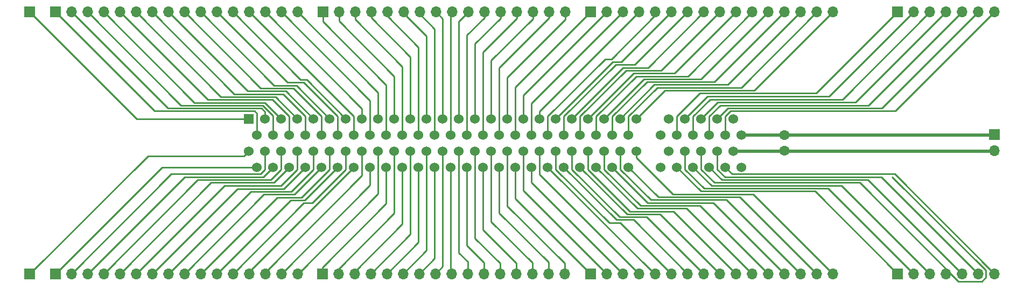
<source format=gbr>
%TF.GenerationSoftware,KiCad,Pcbnew,(5.1.8)-1*%
%TF.CreationDate,2020-11-30T17:22:19-08:00*%
%TF.ProjectId,BreakOutBoard,42726561-6b4f-4757-9442-6f6172642e6b,rev?*%
%TF.SameCoordinates,Original*%
%TF.FileFunction,Copper,L1,Top*%
%TF.FilePolarity,Positive*%
%FSLAX46Y46*%
G04 Gerber Fmt 4.6, Leading zero omitted, Abs format (unit mm)*
G04 Created by KiCad (PCBNEW (5.1.8)-1) date 2020-11-30 17:22:19*
%MOMM*%
%LPD*%
G01*
G04 APERTURE LIST*
%TA.AperFunction,ComponentPad*%
%ADD10R,1.700000X1.700000*%
%TD*%
%TA.AperFunction,ComponentPad*%
%ADD11O,1.700000X1.700000*%
%TD*%
%TA.AperFunction,ComponentPad*%
%ADD12C,1.530000*%
%TD*%
%TA.AperFunction,ComponentPad*%
%ADD13R,1.530000X1.530000*%
%TD*%
%TA.AperFunction,ViaPad*%
%ADD14C,1.600000*%
%TD*%
%TA.AperFunction,Conductor*%
%ADD15C,0.500000*%
%TD*%
%TA.AperFunction,Conductor*%
%ADD16C,0.250000*%
%TD*%
G04 APERTURE END LIST*
D10*
%TO.P,J3,1*%
%TO.N,+5V*%
X227100000Y-95500000D03*
D11*
%TO.P,J3,2*%
%TO.N,GND*%
X227100000Y-98040000D03*
%TD*%
D12*
%TO.P,J8,B62*%
%TO.N,+5V*%
X187335000Y-100610000D03*
%TO.P,J8,B61*%
%TO.N,GND*%
X186065000Y-98070000D03*
%TO.P,J8,B60*%
%TO.N,/CLK*%
X184795000Y-100610000D03*
%TO.P,J8,B59*%
%TO.N,/~CLK*%
X183525000Y-98070000D03*
%TO.P,J8,B58*%
%TO.N,/HLT*%
X182255000Y-100610000D03*
%TO.P,J8,B57*%
%TO.N,/DBG*%
X180985000Y-98070000D03*
%TO.P,J8,B56*%
%TO.N,/RST*%
X179715000Y-100610000D03*
%TO.P,J8,B55*%
%TO.N,/B55*%
X178445000Y-98070000D03*
%TO.P,J8,B54*%
%TO.N,/B54*%
X177175000Y-100610000D03*
%TO.P,J8,B53*%
%TO.N,GND*%
X175905000Y-98070000D03*
%TO.P,J8,B52*%
%TO.N,+5V*%
X174635000Y-100610000D03*
%TO.P,J8,B49*%
%TO.N,/B49*%
X170815000Y-98070000D03*
%TO.P,J8,B48*%
%TO.N,/B48*%
X169555000Y-100610000D03*
%TO.P,J8,B47*%
%TO.N,/B47*%
X168285000Y-98070000D03*
%TO.P,J8,B46*%
%TO.N,/B46*%
X167015000Y-100610000D03*
%TO.P,J8,B45*%
%TO.N,/B45*%
X165745000Y-98070000D03*
%TO.P,J8,B44*%
%TO.N,/B44*%
X164475000Y-100610000D03*
%TO.P,J8,B43*%
%TO.N,/B43*%
X163205000Y-98070000D03*
%TO.P,J8,B42*%
%TO.N,/B42*%
X161935000Y-100610000D03*
%TO.P,J8,B41*%
%TO.N,/B41*%
X160665000Y-98070000D03*
%TO.P,J8,B40*%
%TO.N,/B40*%
X159395000Y-100610000D03*
%TO.P,J8,B39*%
%TO.N,/B39*%
X158125000Y-98070000D03*
%TO.P,J8,B38*%
%TO.N,/B38*%
X156855000Y-100610000D03*
%TO.P,J8,B37*%
%TO.N,/B37*%
X155585000Y-98070000D03*
%TO.P,J8,B36*%
%TO.N,/B36*%
X154315000Y-100610000D03*
%TO.P,J8,B35*%
%TO.N,/B35*%
X153045000Y-98070000D03*
%TO.P,J8,B34*%
%TO.N,/B34*%
X151775000Y-100610000D03*
%TO.P,J8,B33*%
%TO.N,/B33*%
X150505000Y-98070000D03*
%TO.P,J8,B32*%
%TO.N,/B32*%
X149235000Y-100610000D03*
%TO.P,J8,B31*%
%TO.N,/B31*%
X147965000Y-98070000D03*
%TO.P,J8,B30*%
%TO.N,/B30*%
X146695000Y-100610000D03*
%TO.P,J8,B29*%
%TO.N,/B29*%
X145425000Y-98070000D03*
%TO.P,J8,B28*%
%TO.N,/B28*%
X144155000Y-100610000D03*
%TO.P,J8,B27*%
%TO.N,/B27*%
X142885000Y-98070000D03*
%TO.P,J8,B26*%
%TO.N,/B26*%
X141615000Y-100610000D03*
%TO.P,J8,B25*%
%TO.N,/B25*%
X140345000Y-98070000D03*
%TO.P,J8,B24*%
%TO.N,/B24*%
X139075000Y-100610000D03*
%TO.P,J8,B23*%
%TO.N,/B23*%
X137805000Y-98070000D03*
%TO.P,J8,B22*%
%TO.N,/B22*%
X136535000Y-100610000D03*
%TO.P,J8,B21*%
%TO.N,/B21*%
X135265000Y-98070000D03*
%TO.P,J8,B20*%
%TO.N,/B20*%
X133995000Y-100610000D03*
%TO.P,J8,B19*%
%TO.N,/B19*%
X132725000Y-98070000D03*
%TO.P,J8,B18*%
%TO.N,/B18*%
X131455000Y-100610000D03*
%TO.P,J8,B17*%
%TO.N,/B17*%
X130185000Y-98070000D03*
%TO.P,J8,B16*%
%TO.N,/B16*%
X128915000Y-100610000D03*
%TO.P,J8,B15*%
%TO.N,/B15*%
X127645000Y-98070000D03*
%TO.P,J8,B14*%
%TO.N,/B14*%
X126375000Y-100610000D03*
%TO.P,J8,B13*%
%TO.N,/B13*%
X125105000Y-98070000D03*
%TO.P,J8,B12*%
%TO.N,/B12*%
X123835000Y-100610000D03*
%TO.P,J8,B11*%
%TO.N,/B11*%
X122565000Y-98070000D03*
%TO.P,J8,B10*%
%TO.N,/B10*%
X121295000Y-100610000D03*
%TO.P,J8,B9*%
%TO.N,/B9*%
X120025000Y-98070000D03*
%TO.P,J8,B8*%
%TO.N,/B8*%
X118755000Y-100610000D03*
%TO.P,J8,B7*%
%TO.N,/B7*%
X117485000Y-98070000D03*
%TO.P,J8,B6*%
%TO.N,/B6*%
X116215000Y-100610000D03*
%TO.P,J8,B5*%
%TO.N,/B5*%
X114945000Y-98070000D03*
%TO.P,J8,B4*%
%TO.N,/B4*%
X113675000Y-100610000D03*
%TO.P,J8,B3*%
%TO.N,/B3*%
X112405000Y-98070000D03*
%TO.P,J8,B2*%
%TO.N,/B2*%
X111135000Y-100610000D03*
%TO.P,J8,B1*%
%TO.N,/B1*%
X109865000Y-98070000D03*
%TO.P,J8,A62*%
%TO.N,+5V*%
X187335000Y-95530000D03*
%TO.P,J8,A61*%
%TO.N,GND*%
X186065000Y-92990000D03*
%TO.P,J8,A60*%
%TO.N,/A60*%
X184795000Y-95530000D03*
%TO.P,J8,A59*%
%TO.N,/A59*%
X183525000Y-92990000D03*
%TO.P,J8,A58*%
%TO.N,/A58*%
X182255000Y-95530000D03*
%TO.P,J8,A57*%
%TO.N,/A57*%
X180985000Y-92990000D03*
%TO.P,J8,A56*%
%TO.N,/A56*%
X179715000Y-95530000D03*
%TO.P,J8,A55*%
%TO.N,/A55*%
X178445000Y-92990000D03*
%TO.P,J8,A54*%
%TO.N,/A54*%
X177175000Y-95530000D03*
%TO.P,J8,A53*%
%TO.N,GND*%
X175905000Y-92990000D03*
%TO.P,J8,A52*%
%TO.N,+5V*%
X174635000Y-95530000D03*
%TO.P,J8,A49*%
%TO.N,/A49*%
X170815000Y-92990000D03*
%TO.P,J8,A48*%
%TO.N,/A48*%
X169555000Y-95530000D03*
%TO.P,J8,A47*%
%TO.N,/A47*%
X168285000Y-92990000D03*
%TO.P,J8,A46*%
%TO.N,/A46*%
X167015000Y-95530000D03*
%TO.P,J8,A45*%
%TO.N,/A45*%
X165745000Y-92990000D03*
%TO.P,J8,A44*%
%TO.N,/A44*%
X164475000Y-95530000D03*
%TO.P,J8,A43*%
%TO.N,/A43*%
X163205000Y-92990000D03*
%TO.P,J8,A42*%
%TO.N,/A42*%
X161935000Y-95530000D03*
%TO.P,J8,A41*%
%TO.N,/A41*%
X160665000Y-92990000D03*
%TO.P,J8,A40*%
%TO.N,/A40*%
X159395000Y-95530000D03*
%TO.P,J8,A39*%
%TO.N,/A39*%
X158125000Y-92990000D03*
%TO.P,J8,A38*%
%TO.N,/A38*%
X156855000Y-95530000D03*
%TO.P,J8,A37*%
%TO.N,/A37*%
X155585000Y-92990000D03*
%TO.P,J8,A36*%
%TO.N,/A36*%
X154315000Y-95530000D03*
%TO.P,J8,A35*%
%TO.N,/A35*%
X153045000Y-92990000D03*
%TO.P,J8,A34*%
%TO.N,/A34*%
X151775000Y-95530000D03*
%TO.P,J8,A33*%
%TO.N,/A33*%
X150505000Y-92990000D03*
%TO.P,J8,A32*%
%TO.N,/A32*%
X149235000Y-95530000D03*
%TO.P,J8,A31*%
%TO.N,/A31*%
X147965000Y-92990000D03*
%TO.P,J8,A30*%
%TO.N,/A30*%
X146695000Y-95530000D03*
%TO.P,J8,A29*%
%TO.N,/A29*%
X145425000Y-92990000D03*
%TO.P,J8,A28*%
%TO.N,/A28*%
X144155000Y-95530000D03*
%TO.P,J8,A27*%
%TO.N,/A27*%
X142885000Y-92990000D03*
%TO.P,J8,A26*%
%TO.N,/A26*%
X141615000Y-95530000D03*
%TO.P,J8,A25*%
%TO.N,/A25*%
X140345000Y-92990000D03*
%TO.P,J8,A24*%
%TO.N,/A24*%
X139075000Y-95530000D03*
%TO.P,J8,A23*%
%TO.N,/A23*%
X137805000Y-92990000D03*
%TO.P,J8,A22*%
%TO.N,/A22*%
X136535000Y-95530000D03*
%TO.P,J8,A21*%
%TO.N,/A21*%
X135265000Y-92990000D03*
%TO.P,J8,A20*%
%TO.N,/A20*%
X133995000Y-95530000D03*
%TO.P,J8,A19*%
%TO.N,/A19*%
X132725000Y-92990000D03*
%TO.P,J8,A18*%
%TO.N,/A18*%
X131455000Y-95530000D03*
%TO.P,J8,A17*%
%TO.N,/A17*%
X130185000Y-92990000D03*
%TO.P,J8,A16*%
%TO.N,/A16*%
X128915000Y-95530000D03*
%TO.P,J8,A15*%
%TO.N,/A15*%
X127645000Y-92990000D03*
%TO.P,J8,A14*%
%TO.N,/A14*%
X126375000Y-95530000D03*
%TO.P,J8,A13*%
%TO.N,/A13*%
X125105000Y-92990000D03*
%TO.P,J8,A12*%
%TO.N,/A12*%
X123835000Y-95530000D03*
%TO.P,J8,A11*%
%TO.N,/A11*%
X122565000Y-92990000D03*
%TO.P,J8,A10*%
%TO.N,/A10*%
X121295000Y-95530000D03*
%TO.P,J8,A9*%
%TO.N,/A9*%
X120025000Y-92990000D03*
%TO.P,J8,A8*%
%TO.N,/A8*%
X118755000Y-95530000D03*
%TO.P,J8,A7*%
%TO.N,/A7*%
X117485000Y-92990000D03*
%TO.P,J8,A6*%
%TO.N,/A6*%
X116215000Y-95530000D03*
%TO.P,J8,A5*%
%TO.N,/A5*%
X114945000Y-92990000D03*
%TO.P,J8,A4*%
%TO.N,/A4*%
X113675000Y-95530000D03*
%TO.P,J8,A3*%
%TO.N,/A3*%
X112405000Y-92990000D03*
%TO.P,J8,A2*%
%TO.N,/A2*%
X111135000Y-95530000D03*
D13*
%TO.P,J8,A1*%
%TO.N,/A1*%
X109865000Y-92990000D03*
%TD*%
D11*
%TO.P,J11,7*%
%TO.N,/CLK*%
X227100000Y-117400000D03*
%TO.P,J11,6*%
%TO.N,/~CLK*%
X224560000Y-117400000D03*
%TO.P,J11,5*%
%TO.N,/HLT*%
X222020000Y-117400000D03*
%TO.P,J11,4*%
%TO.N,/DBG*%
X219480000Y-117400000D03*
%TO.P,J11,3*%
%TO.N,/RST*%
X216940000Y-117400000D03*
%TO.P,J11,2*%
%TO.N,/B55*%
X214400000Y-117400000D03*
D10*
%TO.P,J11,1*%
%TO.N,/B54*%
X211860000Y-117400000D03*
%TD*%
%TO.P,J12,1*%
%TO.N,/A54*%
X211860000Y-76200000D03*
D11*
%TO.P,J12,2*%
%TO.N,/A55*%
X214400000Y-76200000D03*
%TO.P,J12,3*%
%TO.N,/A56*%
X216940000Y-76200000D03*
%TO.P,J12,4*%
%TO.N,/A57*%
X219480000Y-76200000D03*
%TO.P,J12,5*%
%TO.N,/A58*%
X222020000Y-76200000D03*
%TO.P,J12,6*%
%TO.N,/A59*%
X224560000Y-76200000D03*
%TO.P,J12,7*%
%TO.N,/A60*%
X227100000Y-76200000D03*
%TD*%
D10*
%TO.P,J1,1*%
%TO.N,/B1*%
X75400000Y-117400000D03*
%TD*%
%TO.P,J2,1*%
%TO.N,/A1*%
X75400000Y-76200000D03*
%TD*%
D11*
%TO.P,J4,16*%
%TO.N,/B17*%
X117500000Y-117400000D03*
%TO.P,J4,15*%
%TO.N,/B16*%
X114960000Y-117400000D03*
%TO.P,J4,14*%
%TO.N,/B15*%
X112420000Y-117400000D03*
%TO.P,J4,13*%
%TO.N,/B14*%
X109880000Y-117400000D03*
%TO.P,J4,12*%
%TO.N,/B13*%
X107340000Y-117400000D03*
%TO.P,J4,11*%
%TO.N,/B12*%
X104800000Y-117400000D03*
%TO.P,J4,10*%
%TO.N,/B11*%
X102260000Y-117400000D03*
%TO.P,J4,9*%
%TO.N,/B10*%
X99720000Y-117400000D03*
%TO.P,J4,8*%
%TO.N,/B9*%
X97180000Y-117400000D03*
%TO.P,J4,7*%
%TO.N,/B8*%
X94640000Y-117400000D03*
%TO.P,J4,6*%
%TO.N,/B7*%
X92100000Y-117400000D03*
%TO.P,J4,5*%
%TO.N,/B6*%
X89560000Y-117400000D03*
%TO.P,J4,4*%
%TO.N,/B5*%
X87020000Y-117400000D03*
%TO.P,J4,3*%
%TO.N,/B4*%
X84480000Y-117400000D03*
%TO.P,J4,2*%
%TO.N,/B3*%
X81940000Y-117400000D03*
D10*
%TO.P,J4,1*%
%TO.N,/B2*%
X79400000Y-117400000D03*
%TD*%
%TO.P,J5,1*%
%TO.N,/A2*%
X79400000Y-76200000D03*
D11*
%TO.P,J5,2*%
%TO.N,/A3*%
X81940000Y-76200000D03*
%TO.P,J5,3*%
%TO.N,/A4*%
X84480000Y-76200000D03*
%TO.P,J5,4*%
%TO.N,/A5*%
X87020000Y-76200000D03*
%TO.P,J5,5*%
%TO.N,/A6*%
X89560000Y-76200000D03*
%TO.P,J5,6*%
%TO.N,/A7*%
X92100000Y-76200000D03*
%TO.P,J5,7*%
%TO.N,/A8*%
X94640000Y-76200000D03*
%TO.P,J5,8*%
%TO.N,/A9*%
X97180000Y-76200000D03*
%TO.P,J5,9*%
%TO.N,/A10*%
X99720000Y-76200000D03*
%TO.P,J5,10*%
%TO.N,/A11*%
X102260000Y-76200000D03*
%TO.P,J5,11*%
%TO.N,/A12*%
X104800000Y-76200000D03*
%TO.P,J5,12*%
%TO.N,/A13*%
X107340000Y-76200000D03*
%TO.P,J5,13*%
%TO.N,/A14*%
X109880000Y-76200000D03*
%TO.P,J5,14*%
%TO.N,/A15*%
X112420000Y-76200000D03*
%TO.P,J5,15*%
%TO.N,/A16*%
X114960000Y-76200000D03*
%TO.P,J5,16*%
%TO.N,/A17*%
X117500000Y-76200000D03*
%TD*%
%TO.P,J6,16*%
%TO.N,/B33*%
X159500000Y-117400000D03*
%TO.P,J6,15*%
%TO.N,/B32*%
X156960000Y-117400000D03*
%TO.P,J6,14*%
%TO.N,/B31*%
X154420000Y-117400000D03*
%TO.P,J6,13*%
%TO.N,/B30*%
X151880000Y-117400000D03*
%TO.P,J6,12*%
%TO.N,/B29*%
X149340000Y-117400000D03*
%TO.P,J6,11*%
%TO.N,/B28*%
X146800000Y-117400000D03*
%TO.P,J6,10*%
%TO.N,/B27*%
X144260000Y-117400000D03*
%TO.P,J6,9*%
%TO.N,/B26*%
X141720000Y-117400000D03*
%TO.P,J6,8*%
%TO.N,/B25*%
X139180000Y-117400000D03*
%TO.P,J6,7*%
%TO.N,/B24*%
X136640000Y-117400000D03*
%TO.P,J6,6*%
%TO.N,/B23*%
X134100000Y-117400000D03*
%TO.P,J6,5*%
%TO.N,/B22*%
X131560000Y-117400000D03*
%TO.P,J6,4*%
%TO.N,/B21*%
X129020000Y-117400000D03*
%TO.P,J6,3*%
%TO.N,/B20*%
X126480000Y-117400000D03*
%TO.P,J6,2*%
%TO.N,/B19*%
X123940000Y-117400000D03*
D10*
%TO.P,J6,1*%
%TO.N,/B18*%
X121400000Y-117400000D03*
%TD*%
%TO.P,J7,1*%
%TO.N,/A18*%
X121500000Y-76200000D03*
D11*
%TO.P,J7,2*%
%TO.N,/A19*%
X124040000Y-76200000D03*
%TO.P,J7,3*%
%TO.N,/A20*%
X126580000Y-76200000D03*
%TO.P,J7,4*%
%TO.N,/A21*%
X129120000Y-76200000D03*
%TO.P,J7,5*%
%TO.N,/A22*%
X131660000Y-76200000D03*
%TO.P,J7,6*%
%TO.N,/A23*%
X134200000Y-76200000D03*
%TO.P,J7,7*%
%TO.N,/A24*%
X136740000Y-76200000D03*
%TO.P,J7,8*%
%TO.N,/A25*%
X139280000Y-76200000D03*
%TO.P,J7,9*%
%TO.N,/A26*%
X141820000Y-76200000D03*
%TO.P,J7,10*%
%TO.N,/A27*%
X144360000Y-76200000D03*
%TO.P,J7,11*%
%TO.N,/A28*%
X146900000Y-76200000D03*
%TO.P,J7,12*%
%TO.N,/A29*%
X149440000Y-76200000D03*
%TO.P,J7,13*%
%TO.N,/A30*%
X151980000Y-76200000D03*
%TO.P,J7,14*%
%TO.N,/A31*%
X154520000Y-76200000D03*
%TO.P,J7,15*%
%TO.N,/A32*%
X157060000Y-76200000D03*
%TO.P,J7,16*%
%TO.N,/A33*%
X159600000Y-76200000D03*
%TD*%
D10*
%TO.P,J9,1*%
%TO.N,/B34*%
X163600000Y-117400000D03*
D11*
%TO.P,J9,2*%
%TO.N,/B35*%
X166140000Y-117400000D03*
%TO.P,J9,3*%
%TO.N,/B36*%
X168680000Y-117400000D03*
%TO.P,J9,4*%
%TO.N,/B37*%
X171220000Y-117400000D03*
%TO.P,J9,5*%
%TO.N,/B38*%
X173760000Y-117400000D03*
%TO.P,J9,6*%
%TO.N,/B39*%
X176300000Y-117400000D03*
%TO.P,J9,7*%
%TO.N,/B40*%
X178840000Y-117400000D03*
%TO.P,J9,8*%
%TO.N,/B41*%
X181380000Y-117400000D03*
%TO.P,J9,9*%
%TO.N,/B42*%
X183920000Y-117400000D03*
%TO.P,J9,10*%
%TO.N,/B43*%
X186460000Y-117400000D03*
%TO.P,J9,11*%
%TO.N,/B44*%
X189000000Y-117400000D03*
%TO.P,J9,12*%
%TO.N,/B45*%
X191540000Y-117400000D03*
%TO.P,J9,13*%
%TO.N,/B46*%
X194080000Y-117400000D03*
%TO.P,J9,14*%
%TO.N,/B47*%
X196620000Y-117400000D03*
%TO.P,J9,15*%
%TO.N,/B48*%
X199160000Y-117400000D03*
%TO.P,J9,16*%
%TO.N,/B49*%
X201700000Y-117400000D03*
%TD*%
%TO.P,J10,16*%
%TO.N,/A49*%
X201700000Y-76200000D03*
%TO.P,J10,15*%
%TO.N,/A48*%
X199160000Y-76200000D03*
%TO.P,J10,14*%
%TO.N,/A47*%
X196620000Y-76200000D03*
%TO.P,J10,13*%
%TO.N,/A46*%
X194080000Y-76200000D03*
%TO.P,J10,12*%
%TO.N,/A45*%
X191540000Y-76200000D03*
%TO.P,J10,11*%
%TO.N,/A44*%
X189000000Y-76200000D03*
%TO.P,J10,10*%
%TO.N,/A43*%
X186460000Y-76200000D03*
%TO.P,J10,9*%
%TO.N,/A42*%
X183920000Y-76200000D03*
%TO.P,J10,8*%
%TO.N,/A41*%
X181380000Y-76200000D03*
%TO.P,J10,7*%
%TO.N,/A40*%
X178840000Y-76200000D03*
%TO.P,J10,6*%
%TO.N,/A39*%
X176300000Y-76200000D03*
%TO.P,J10,5*%
%TO.N,/A38*%
X173760000Y-76200000D03*
%TO.P,J10,4*%
%TO.N,/A37*%
X171220000Y-76200000D03*
%TO.P,J10,3*%
%TO.N,/A36*%
X168680000Y-76200000D03*
%TO.P,J10,2*%
%TO.N,/A35*%
X166140000Y-76200000D03*
D10*
%TO.P,J10,1*%
%TO.N,/A34*%
X163600000Y-76200000D03*
%TD*%
D14*
%TO.N,GND*%
X194070000Y-98050000D03*
%TO.N,+5V*%
X194070000Y-95530000D03*
%TD*%
D15*
%TO.N,+5V*%
X227070000Y-95530000D02*
X227100000Y-95500000D01*
X187335000Y-95530000D02*
X194070000Y-95530000D01*
X194070000Y-95530000D02*
X227070000Y-95530000D01*
%TO.N,GND*%
X227070000Y-98070000D02*
X227100000Y-98040000D01*
X186065000Y-98070000D02*
X194130000Y-98070000D01*
X194130000Y-98070000D02*
X227070000Y-98070000D01*
D16*
%TO.N,/B40*%
X159395000Y-100610000D02*
X167685161Y-108900161D01*
X170340161Y-108900161D02*
X178840000Y-117400000D01*
X167685161Y-108900161D02*
X170340161Y-108900161D01*
%TO.N,/B39*%
X158125000Y-100953202D02*
X166521969Y-109350171D01*
X158125000Y-98070000D02*
X158125000Y-100953202D01*
X168250171Y-109350171D02*
X176300000Y-117400000D01*
X166521969Y-109350171D02*
X168250171Y-109350171D01*
%TO.N,/B38*%
X173645000Y-117400000D02*
X173760000Y-117400000D01*
X156855000Y-100610000D02*
X173645000Y-117400000D01*
%TO.N,/B37*%
X155585000Y-101765000D02*
X171220000Y-117400000D01*
X155585000Y-98070000D02*
X155585000Y-101765000D01*
%TO.N,/B36*%
X154315000Y-103035000D02*
X168680000Y-117400000D01*
X154315000Y-100610000D02*
X154315000Y-103035000D01*
%TO.N,/B35*%
X153045000Y-104305000D02*
X166140000Y-117400000D01*
X153045000Y-98070000D02*
X153045000Y-104305000D01*
%TO.N,/B34*%
X151775000Y-105575000D02*
X163600000Y-117400000D01*
X151775000Y-100610000D02*
X151775000Y-105575000D01*
%TO.N,/B33*%
X150505000Y-106705000D02*
X159500000Y-115700000D01*
X159500000Y-115700000D02*
X159500000Y-117400000D01*
X150505000Y-98070000D02*
X150505000Y-106705000D01*
%TO.N,/B32*%
X156960000Y-115560000D02*
X156960000Y-117400000D01*
X149235000Y-107835000D02*
X156960000Y-115560000D01*
X149235000Y-100610000D02*
X149235000Y-107835000D01*
%TO.N,/B31*%
X154420000Y-115620000D02*
X154420000Y-117400000D01*
X147965000Y-109165000D02*
X154420000Y-115620000D01*
X147965000Y-98070000D02*
X147965000Y-109165000D01*
%TO.N,/B30*%
X146695000Y-100610000D02*
X146695000Y-110495000D01*
X151880000Y-115680000D02*
X151880000Y-117400000D01*
X146695000Y-110495000D02*
X151880000Y-115680000D01*
%TO.N,/B29*%
X149340000Y-115740000D02*
X149340000Y-117400000D01*
X145425000Y-111825000D02*
X149340000Y-115740000D01*
X145425000Y-98070000D02*
X145425000Y-111825000D01*
%TO.N,/B28*%
X146800000Y-115600000D02*
X146800000Y-117400000D01*
X144155000Y-112955000D02*
X146800000Y-115600000D01*
X144155000Y-100610000D02*
X144155000Y-112955000D01*
%TO.N,/B27*%
X144260000Y-115460000D02*
X144260000Y-117400000D01*
X142885000Y-114085000D02*
X144260000Y-115460000D01*
X142885000Y-98070000D02*
X142885000Y-114085000D01*
%TO.N,/B26*%
X141615000Y-117295000D02*
X141720000Y-117400000D01*
X141615000Y-100610000D02*
X141615000Y-117295000D01*
%TO.N,/B25*%
X140345000Y-116235000D02*
X139180000Y-117400000D01*
X140345000Y-98070000D02*
X140345000Y-116235000D01*
%TO.N,/B24*%
X139075000Y-114965000D02*
X136640000Y-117400000D01*
X139075000Y-100610000D02*
X139075000Y-114965000D01*
%TO.N,/B23*%
X137805000Y-113695000D02*
X134100000Y-117400000D01*
X137805000Y-98070000D02*
X137805000Y-113695000D01*
%TO.N,/B22*%
X136535000Y-112425000D02*
X131560000Y-117400000D01*
X136535000Y-100610000D02*
X136535000Y-112425000D01*
%TO.N,/B21*%
X135265000Y-111155000D02*
X129020000Y-117400000D01*
X135265000Y-98070000D02*
X135265000Y-111155000D01*
%TO.N,/B20*%
X126480000Y-117060000D02*
X126480000Y-117400000D01*
X133995000Y-109545000D02*
X126480000Y-117060000D01*
X133995000Y-100610000D02*
X133995000Y-109545000D01*
%TO.N,/B19*%
X123940000Y-116660000D02*
X123940000Y-117400000D01*
X132725000Y-107875000D02*
X123940000Y-116660000D01*
X132725000Y-98070000D02*
X132725000Y-107875000D01*
%TO.N,/B18*%
X121400000Y-116400000D02*
X121400000Y-117400000D01*
X131455000Y-106345000D02*
X121400000Y-116400000D01*
X131455000Y-100610000D02*
X131455000Y-106345000D01*
%TO.N,/B17*%
X117600000Y-117400000D02*
X117500000Y-117400000D01*
X130185000Y-104815000D02*
X117600000Y-117400000D01*
X130185000Y-98070000D02*
X130185000Y-104815000D01*
%TO.N,/B16*%
X128915000Y-103445000D02*
X114960000Y-117400000D01*
X128915000Y-100610000D02*
X128915000Y-103445000D01*
%TO.N,/B15*%
X112420000Y-117180000D02*
X112420000Y-117400000D01*
X127645000Y-101955000D02*
X112420000Y-117180000D01*
X127645000Y-98070000D02*
X127645000Y-101955000D01*
%TO.N,/B14*%
X109880000Y-117105000D02*
X109880000Y-117400000D01*
X126375000Y-100610000D02*
X109880000Y-117105000D01*
%TO.N,/B13*%
X125105000Y-100953202D02*
X119808152Y-106250050D01*
X125105000Y-98070000D02*
X125105000Y-100953202D01*
X118489950Y-106250050D02*
X107340000Y-117400000D01*
X119808152Y-106250050D02*
X118489950Y-106250050D01*
%TO.N,/B12*%
X123835000Y-100610000D02*
X118644960Y-105800040D01*
X116399960Y-105800040D02*
X104800000Y-117400000D01*
X118644960Y-105800040D02*
X116399960Y-105800040D01*
%TO.N,/B11*%
X122565000Y-100953202D02*
X118168172Y-105350030D01*
X122565000Y-98070000D02*
X122565000Y-100953202D01*
X114309970Y-105350030D02*
X102260000Y-117400000D01*
X118168172Y-105350030D02*
X114309970Y-105350030D01*
%TO.N,/B10*%
X121295000Y-100610000D02*
X117004980Y-104900020D01*
X112219980Y-104900020D02*
X99720000Y-117400000D01*
X117004980Y-104900020D02*
X112219980Y-104900020D01*
%TO.N,/B9*%
X120025000Y-100953202D02*
X116528192Y-104450010D01*
X120025000Y-98070000D02*
X120025000Y-100953202D01*
X110129990Y-104450010D02*
X97180000Y-117400000D01*
X116528192Y-104450010D02*
X110129990Y-104450010D01*
%TO.N,/B8*%
X118755000Y-100610000D02*
X115365000Y-104000000D01*
X108040000Y-104000000D02*
X94640000Y-117400000D01*
X115365000Y-104000000D02*
X108040000Y-104000000D01*
%TO.N,/B7*%
X117485000Y-100953202D02*
X114938161Y-103500041D01*
X117485000Y-98070000D02*
X117485000Y-100953202D01*
X105999959Y-103500041D02*
X92100000Y-117400000D01*
X114938161Y-103500041D02*
X105999959Y-103500041D01*
%TO.N,/B6*%
X116215000Y-100610000D02*
X113774969Y-103050031D01*
X103909969Y-103050031D02*
X89560000Y-117400000D01*
X113774969Y-103050031D02*
X103909969Y-103050031D01*
%TO.N,/B5*%
X114945000Y-100953202D02*
X113298181Y-102600021D01*
X114945000Y-98070000D02*
X114945000Y-100953202D01*
X101819979Y-102600021D02*
X87020000Y-117400000D01*
X113298181Y-102600021D02*
X101819979Y-102600021D01*
%TO.N,/B4*%
X113675000Y-100610000D02*
X112134989Y-102150011D01*
X99729989Y-102150011D02*
X84480000Y-117400000D01*
X112134989Y-102150011D02*
X99729989Y-102150011D01*
%TO.N,/B3*%
X97639999Y-101700001D02*
X81940000Y-117400000D01*
X111658201Y-101700001D02*
X97639999Y-101700001D01*
X112405000Y-100953202D02*
X111658201Y-101700001D01*
X112405000Y-98070000D02*
X112405000Y-100953202D01*
%TO.N,/B2*%
X96190000Y-100610000D02*
X79400000Y-117400000D01*
X111135000Y-100610000D02*
X96190000Y-100610000D01*
%TO.N,/B1*%
X93965001Y-98834999D02*
X75400000Y-117400000D01*
X109100001Y-98834999D02*
X93965001Y-98834999D01*
X109865000Y-98070000D02*
X109100001Y-98834999D01*
%TO.N,/A1*%
X92190000Y-92990000D02*
X75400000Y-76200000D01*
X109865000Y-92990000D02*
X92190000Y-92990000D01*
%TO.N,/A2*%
X111135000Y-92144998D02*
X110790002Y-91800000D01*
X111135000Y-95530000D02*
X111135000Y-92144998D01*
X95000000Y-91800000D02*
X79400000Y-76200000D01*
X110790002Y-91800000D02*
X95000000Y-91800000D01*
%TO.N,/A3*%
X112405000Y-91908127D02*
X111846863Y-91349990D01*
X112405000Y-92990000D02*
X112405000Y-91908127D01*
X97089990Y-91349990D02*
X81940000Y-76200000D01*
X111846863Y-91349990D02*
X97089990Y-91349990D01*
%TO.N,/A4*%
X113675000Y-92541717D02*
X112033263Y-90899980D01*
X113675000Y-95530000D02*
X113675000Y-92541717D01*
X99179980Y-90899980D02*
X84480000Y-76200000D01*
X112033263Y-90899980D02*
X99179980Y-90899980D01*
%TO.N,/A5*%
X114945000Y-92990000D02*
X112404970Y-90449970D01*
X101269970Y-90449970D02*
X87020000Y-76200000D01*
X112404970Y-90449970D02*
X101269970Y-90449970D01*
%TO.N,/A6*%
X116215000Y-92646798D02*
X113568162Y-89999960D01*
X116215000Y-95530000D02*
X116215000Y-92646798D01*
X103359960Y-89999960D02*
X89560000Y-76200000D01*
X113568162Y-89999960D02*
X103359960Y-89999960D01*
%TO.N,/A7*%
X117485000Y-92990000D02*
X114044950Y-89549950D01*
X105449950Y-89549950D02*
X92100000Y-76200000D01*
X114044950Y-89549950D02*
X105449950Y-89549950D01*
%TO.N,/A8*%
X118755000Y-92646798D02*
X115208142Y-89099940D01*
X118755000Y-95530000D02*
X118755000Y-92646798D01*
X107539940Y-89099940D02*
X94640000Y-76200000D01*
X115208142Y-89099940D02*
X107539940Y-89099940D01*
%TO.N,/A9*%
X120025000Y-92990000D02*
X115684930Y-88649930D01*
X109629930Y-88649930D02*
X97180000Y-76200000D01*
X115684930Y-88649930D02*
X109629930Y-88649930D01*
%TO.N,/A10*%
X121295000Y-92646798D02*
X116848122Y-88199920D01*
X121295000Y-95530000D02*
X121295000Y-92646798D01*
X111719920Y-88199920D02*
X99720000Y-76200000D01*
X116848122Y-88199920D02*
X111719920Y-88199920D01*
%TO.N,/A11*%
X122565000Y-92990000D02*
X117324910Y-87749910D01*
X113809910Y-87749910D02*
X102260000Y-76200000D01*
X117324910Y-87749910D02*
X113809910Y-87749910D01*
%TO.N,/A12*%
X123835000Y-92646798D02*
X118488102Y-87299900D01*
X123835000Y-95530000D02*
X123835000Y-92646798D01*
X115899900Y-87299900D02*
X104800000Y-76200000D01*
X118488102Y-87299900D02*
X115899900Y-87299900D01*
%TO.N,/A13*%
X125105000Y-92990000D02*
X118964890Y-86849890D01*
X117989890Y-86849890D02*
X107340000Y-76200000D01*
X118964890Y-86849890D02*
X117989890Y-86849890D01*
%TO.N,/A14*%
X126375000Y-92646798D02*
X109928202Y-76200000D01*
X109928202Y-76200000D02*
X109880000Y-76200000D01*
X126375000Y-95530000D02*
X126375000Y-92646798D01*
%TO.N,/A15*%
X127645000Y-91425000D02*
X112420000Y-76200000D01*
X127645000Y-92990000D02*
X127645000Y-91425000D01*
%TO.N,/A16*%
X128915000Y-90155000D02*
X114960000Y-76200000D01*
X128915000Y-95530000D02*
X128915000Y-90155000D01*
%TO.N,/A17*%
X130185000Y-88885000D02*
X117500000Y-76200000D01*
X130185000Y-92990000D02*
X130185000Y-88885000D01*
%TO.N,/A18*%
X131455000Y-87655000D02*
X121500000Y-77700000D01*
X121500000Y-77700000D02*
X121500000Y-76200000D01*
X131455000Y-95530000D02*
X131455000Y-87655000D01*
%TO.N,/A19*%
X124040000Y-77640000D02*
X124040000Y-76200000D01*
X132725000Y-86325000D02*
X124040000Y-77640000D01*
X132725000Y-92990000D02*
X132725000Y-86325000D01*
%TO.N,/A20*%
X126580000Y-77380000D02*
X126580000Y-76200000D01*
X133995000Y-84795000D02*
X126580000Y-77380000D01*
X133995000Y-95530000D02*
X133995000Y-84795000D01*
%TO.N,/A21*%
X129120000Y-77120000D02*
X129120000Y-76200000D01*
X135265000Y-83265000D02*
X129120000Y-77120000D01*
X135265000Y-92990000D02*
X135265000Y-83265000D01*
%TO.N,/A22*%
X131660000Y-76860000D02*
X131660000Y-76200000D01*
X136535000Y-81735000D02*
X131660000Y-76860000D01*
X136535000Y-95530000D02*
X136535000Y-81735000D01*
%TO.N,/A23*%
X134200000Y-76400000D02*
X134200000Y-76200000D01*
X137805000Y-80005000D02*
X134200000Y-76400000D01*
X137805000Y-92990000D02*
X137805000Y-80005000D01*
%TO.N,/A24*%
X136740000Y-76540000D02*
X136740000Y-76200000D01*
X139075000Y-78875000D02*
X136740000Y-76540000D01*
X139075000Y-95530000D02*
X139075000Y-78875000D01*
%TO.N,/A25*%
X140345000Y-77265000D02*
X139280000Y-76200000D01*
X140345000Y-92990000D02*
X140345000Y-77265000D01*
%TO.N,/A26*%
X141615000Y-76405000D02*
X141820000Y-76200000D01*
X141615000Y-95530000D02*
X141615000Y-76405000D01*
%TO.N,/A27*%
X142885000Y-77675000D02*
X144360000Y-76200000D01*
X142885000Y-92990000D02*
X142885000Y-77675000D01*
%TO.N,/A28*%
X146900000Y-77100000D02*
X146900000Y-76200000D01*
X144155000Y-79845000D02*
X146900000Y-77100000D01*
X144155000Y-95530000D02*
X144155000Y-79845000D01*
%TO.N,/A29*%
X149440000Y-77160000D02*
X149440000Y-76200000D01*
X145425000Y-81175000D02*
X149440000Y-77160000D01*
X145425000Y-92990000D02*
X145425000Y-81175000D01*
%TO.N,/A30*%
X151980000Y-77220000D02*
X151980000Y-76200000D01*
X146695000Y-82505000D02*
X151980000Y-77220000D01*
X146695000Y-95530000D02*
X146695000Y-82505000D01*
%TO.N,/A31*%
X147965000Y-92990000D02*
X147965000Y-83835000D01*
X154520000Y-77280000D02*
X154520000Y-76200000D01*
X147965000Y-83835000D02*
X154520000Y-77280000D01*
%TO.N,/A32*%
X157060000Y-77140000D02*
X157060000Y-76200000D01*
X149235000Y-84965000D02*
X157060000Y-77140000D01*
X149235000Y-95530000D02*
X149235000Y-84965000D01*
%TO.N,/A33*%
X159600000Y-77400000D02*
X159600000Y-76200000D01*
X150505000Y-86495000D02*
X159600000Y-77400000D01*
X150505000Y-92990000D02*
X150505000Y-86495000D01*
%TO.N,/A34*%
X151775000Y-88025000D02*
X163600000Y-76200000D01*
X151775000Y-95530000D02*
X151775000Y-88025000D01*
%TO.N,/A35*%
X153045000Y-89295000D02*
X166140000Y-76200000D01*
X153045000Y-92990000D02*
X153045000Y-89295000D01*
%TO.N,/A36*%
X154315000Y-90565000D02*
X168680000Y-76200000D01*
X154315000Y-95530000D02*
X154315000Y-90565000D01*
%TO.N,/A37*%
X155585000Y-91835000D02*
X171220000Y-76200000D01*
X155585000Y-92990000D02*
X155585000Y-91835000D01*
%TO.N,/A38*%
X156855000Y-92646798D02*
X165901798Y-83600000D01*
X156855000Y-95530000D02*
X156855000Y-92646798D01*
X166878590Y-83600000D02*
X173760000Y-76718590D01*
X173760000Y-76718590D02*
X173760000Y-76200000D01*
X165901798Y-83600000D02*
X166878590Y-83600000D01*
%TO.N,/A39*%
X158125000Y-92990000D02*
X167065110Y-84049890D01*
X168450110Y-84049890D02*
X176300000Y-76200000D01*
X167065110Y-84049890D02*
X168450110Y-84049890D01*
%TO.N,/A40*%
X159395000Y-92646798D02*
X167541898Y-84499900D01*
X159395000Y-95530000D02*
X159395000Y-92646798D01*
X170540100Y-84499900D02*
X178840000Y-76200000D01*
X167541898Y-84499900D02*
X170540100Y-84499900D01*
%TO.N,/B41*%
X160665000Y-100953202D02*
X168161949Y-108450151D01*
X160665000Y-98070000D02*
X160665000Y-100953202D01*
X172430151Y-108450151D02*
X181380000Y-117400000D01*
X168161949Y-108450151D02*
X172430151Y-108450151D01*
%TO.N,/B42*%
X161935000Y-100610000D02*
X169325141Y-108000141D01*
X174520141Y-108000141D02*
X183920000Y-117400000D01*
X169325141Y-108000141D02*
X174520141Y-108000141D01*
%TO.N,/B43*%
X163205000Y-100953202D02*
X169801929Y-107550131D01*
X163205000Y-98070000D02*
X163205000Y-100953202D01*
X176610131Y-107550131D02*
X186460000Y-117400000D01*
X169801929Y-107550131D02*
X176610131Y-107550131D01*
%TO.N,/B44*%
X164475000Y-100610000D02*
X170965121Y-107100121D01*
X178700121Y-107100121D02*
X189000000Y-117400000D01*
X170965121Y-107100121D02*
X178700121Y-107100121D01*
%TO.N,/B45*%
X165745000Y-100953202D02*
X171441909Y-106650111D01*
X165745000Y-98070000D02*
X165745000Y-100953202D01*
X180790111Y-106650111D02*
X191540000Y-117400000D01*
X171441909Y-106650111D02*
X180790111Y-106650111D01*
%TO.N,/B46*%
X167015000Y-100610000D02*
X172605101Y-106200101D01*
X182880101Y-106200101D02*
X194080000Y-117400000D01*
X172605101Y-106200101D02*
X182880101Y-106200101D01*
%TO.N,/B47*%
X168285000Y-100953202D02*
X173081889Y-105750091D01*
X168285000Y-98070000D02*
X168285000Y-100953202D01*
X184970091Y-105750091D02*
X196620000Y-117400000D01*
X173081889Y-105750091D02*
X184970091Y-105750091D01*
%TO.N,/B48*%
X169555000Y-100610000D02*
X174245081Y-105300081D01*
X187060081Y-105300081D02*
X199160000Y-117400000D01*
X174245081Y-105300081D02*
X187060081Y-105300081D01*
%TO.N,/B49*%
X170815000Y-99151873D02*
X176513198Y-104850071D01*
X170815000Y-98070000D02*
X170815000Y-99151873D01*
X189150071Y-104850071D02*
X201700000Y-117400000D01*
X176513198Y-104850071D02*
X189150071Y-104850071D01*
%TO.N,/B54*%
X177175000Y-100610000D02*
X180965061Y-104400061D01*
X198860061Y-104400061D02*
X211860000Y-117400000D01*
X180965061Y-104400061D02*
X198860061Y-104400061D01*
%TO.N,/B55*%
X178445000Y-100953202D02*
X181441849Y-103950051D01*
X178445000Y-98070000D02*
X178445000Y-100953202D01*
X200950051Y-103950051D02*
X214400000Y-117400000D01*
X181441849Y-103950051D02*
X200950051Y-103950051D01*
%TO.N,/RST*%
X203040041Y-103500041D02*
X216940000Y-117400000D01*
X182605041Y-103500041D02*
X203040041Y-103500041D01*
X179715000Y-100610000D02*
X182605041Y-103500041D01*
%TO.N,/DBG*%
X225735001Y-116835999D02*
X211049013Y-102150011D01*
X225735001Y-117964001D02*
X225735001Y-116835999D01*
X225124001Y-118575001D02*
X225735001Y-117964001D01*
X221455999Y-118575001D02*
X225124001Y-118575001D01*
X205931029Y-103050031D02*
X221455999Y-118575001D01*
X183081829Y-103050031D02*
X205931029Y-103050031D01*
X180985000Y-100953202D02*
X183081829Y-103050031D01*
X180985000Y-98070000D02*
X180985000Y-100953202D01*
%TO.N,/HLT*%
X182255000Y-100610000D02*
X184245021Y-102600021D01*
X207220021Y-102600021D02*
X222020000Y-117400000D01*
X184245021Y-102600021D02*
X207220021Y-102600021D01*
%TO.N,/~CLK*%
X183525000Y-100953202D02*
X184721809Y-102150011D01*
X183525000Y-98070000D02*
X183525000Y-100953202D01*
X209310011Y-102150011D02*
X224560000Y-117400000D01*
X184721809Y-102150011D02*
X209310011Y-102150011D01*
%TO.N,/CLK*%
X211400001Y-101700001D02*
X227100000Y-117400000D01*
X185885001Y-101700001D02*
X211400001Y-101700001D01*
X184795000Y-100610000D02*
X185885001Y-101700001D01*
%TO.N,/A41*%
X160665000Y-92990000D02*
X168705090Y-84949910D01*
X172630090Y-84949910D02*
X181380000Y-76200000D01*
X168705090Y-84949910D02*
X172630090Y-84949910D01*
%TO.N,/A42*%
X161935000Y-92646798D02*
X169181878Y-85399920D01*
X161935000Y-95530000D02*
X161935000Y-92646798D01*
X174720080Y-85399920D02*
X183920000Y-76200000D01*
X169181878Y-85399920D02*
X174720080Y-85399920D01*
%TO.N,/A43*%
X163205000Y-92990000D02*
X170345070Y-85849930D01*
X176810070Y-85849930D02*
X186460000Y-76200000D01*
X170345070Y-85849930D02*
X176810070Y-85849930D01*
%TO.N,/A44*%
X164475000Y-92646798D02*
X170821858Y-86299940D01*
X164475000Y-95530000D02*
X164475000Y-92646798D01*
X178900060Y-86299940D02*
X189000000Y-76200000D01*
X170821858Y-86299940D02*
X178900060Y-86299940D01*
%TO.N,/A45*%
X165745000Y-92990000D02*
X171985050Y-86749950D01*
X180990050Y-86749950D02*
X191540000Y-76200000D01*
X171985050Y-86749950D02*
X180990050Y-86749950D01*
%TO.N,/A46*%
X167015000Y-92646798D02*
X172461838Y-87199960D01*
X167015000Y-95530000D02*
X167015000Y-92646798D01*
X183080040Y-87199960D02*
X194080000Y-76200000D01*
X172461838Y-87199960D02*
X183080040Y-87199960D01*
%TO.N,/A47*%
X168285000Y-92990000D02*
X173625030Y-87649970D01*
X185170030Y-87649970D02*
X196620000Y-76200000D01*
X173625030Y-87649970D02*
X185170030Y-87649970D01*
%TO.N,/A48*%
X169555000Y-92636798D02*
X174091818Y-88099980D01*
X169555000Y-95530000D02*
X169555000Y-92636798D01*
X187260020Y-88099980D02*
X199160000Y-76200000D01*
X174091818Y-88099980D02*
X187260020Y-88099980D01*
%TO.N,/A49*%
X170815000Y-92990000D02*
X175255010Y-88549990D01*
X189350010Y-88549990D02*
X201700000Y-76200000D01*
X175255010Y-88549990D02*
X189350010Y-88549990D01*
%TO.N,/A54*%
X177175000Y-92646798D02*
X180821798Y-89000000D01*
X177175000Y-95530000D02*
X177175000Y-92646798D01*
X199060000Y-89000000D02*
X211860000Y-76200000D01*
X180821798Y-89000000D02*
X199060000Y-89000000D01*
%TO.N,/A55*%
X178445000Y-92990000D02*
X181935020Y-89499980D01*
X201100020Y-89499980D02*
X214400000Y-76200000D01*
X181935020Y-89499980D02*
X201100020Y-89499980D01*
%TO.N,/A56*%
X179715000Y-92646798D02*
X182411808Y-89949990D01*
X179715000Y-95530000D02*
X179715000Y-92646798D01*
X203190010Y-89949990D02*
X216940000Y-76200000D01*
X182411808Y-89949990D02*
X203190010Y-89949990D01*
%TO.N,/A57*%
X180985000Y-92990000D02*
X183575000Y-90400000D01*
X205280000Y-90400000D02*
X219480000Y-76200000D01*
X183575000Y-90400000D02*
X205280000Y-90400000D01*
%TO.N,/A58*%
X182255000Y-92646798D02*
X184001818Y-90899980D01*
X182255000Y-95530000D02*
X182255000Y-92646798D01*
X207320020Y-90899980D02*
X222020000Y-76200000D01*
X184001818Y-90899980D02*
X207320020Y-90899980D01*
%TO.N,/A59*%
X183525000Y-92990000D02*
X185165010Y-91349990D01*
X209410010Y-91349990D02*
X224560000Y-76200000D01*
X185165010Y-91349990D02*
X209410010Y-91349990D01*
%TO.N,/A60*%
X184795000Y-92646798D02*
X185641798Y-91800000D01*
X184795000Y-95530000D02*
X184795000Y-92646798D01*
X211500000Y-91800000D02*
X227100000Y-76200000D01*
X185641798Y-91800000D02*
X211500000Y-91800000D01*
%TD*%
M02*

</source>
